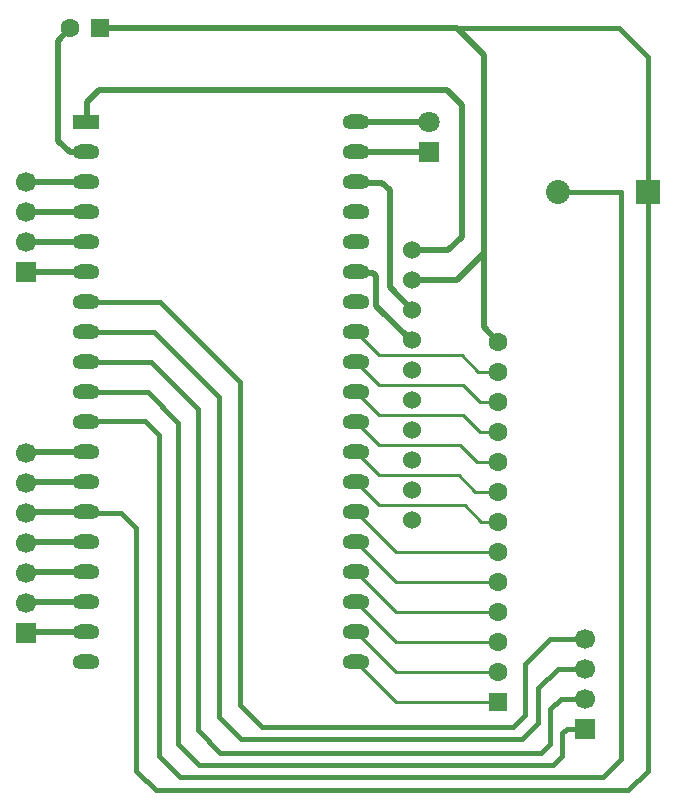
<source format=gbl>
G04 Layer: BottomLayer*
G04 EasyEDA v6.5.23, 2023-06-09 13:35:16*
G04 Gerber Generator version 0.2*
G04 Scale: 100 percent, Rotated: No, Reflected: No *
G04 Dimensions in millimeters *
G04 leading zeros omitted , absolute positions ,4 integer and 5 decimal *
%FSLAX45Y45*%
%MOMM*%

%ADD10C,0.5000*%
%ADD11C,0.4000*%
%ADD12C,0.2200*%
%ADD13C,1.5240*%
%ADD14R,2.0320X2.0320*%
%ADD15C,2.0320*%
%ADD16R,2.2860X1.2700*%
%ADD17O,2.286X1.27*%
%ADD18C,1.6000*%
%ADD19R,1.6000X1.6000*%
%ADD20R,1.7000X1.7000*%
%ADD21C,1.7000*%
%ADD22R,1.8000X1.8000*%
%ADD23C,1.8000*%

%LPD*%
D10*
X250012Y3011995D02*
G01*
X252996Y3014979D01*
X756996Y3014979D01*
D11*
X756920Y3276600D02*
G01*
X1257300Y3276600D01*
X1371600Y3162300D01*
X1371600Y444500D01*
X1549400Y266700D01*
X5130800Y266700D01*
X5283200Y419100D01*
X5283200Y5219700D01*
X4750815Y5219700D01*
D10*
X249986Y1487995D02*
G01*
X252971Y1490979D01*
X756996Y1490979D01*
X250012Y1741995D02*
G01*
X252996Y1744979D01*
X756996Y1744979D01*
X250012Y1995995D02*
G01*
X252996Y1998979D01*
X756996Y1998979D01*
X250012Y2249995D02*
G01*
X252996Y2252979D01*
X756996Y2252979D01*
X250012Y2503995D02*
G01*
X252996Y2506979D01*
X756996Y2506979D01*
X250012Y2757995D02*
G01*
X252996Y2760979D01*
X756996Y2760979D01*
X756996Y4538979D02*
G01*
X751987Y4543988D01*
X249986Y4543988D01*
X756996Y4792979D02*
G01*
X255021Y4792979D01*
X250012Y4797988D01*
X756996Y5046979D02*
G01*
X255021Y5046979D01*
X250012Y5051988D01*
X756996Y5300979D02*
G01*
X255021Y5300979D01*
X250012Y5305988D01*
X266725Y5308600D02*
G01*
X274335Y5300990D01*
D12*
X3042996Y4030992D02*
G01*
X3238588Y3835400D01*
X3937000Y3835400D01*
X4076700Y3695700D01*
X4241800Y3695700D01*
X3042996Y3776992D02*
G01*
X3238588Y3581400D01*
X3949700Y3581400D01*
X4089400Y3441700D01*
X4241800Y3441700D01*
X3042996Y3522992D02*
G01*
X3238588Y3327400D01*
X3949700Y3327400D01*
X4089400Y3187700D01*
X4241800Y3187700D01*
X3042996Y3268992D02*
G01*
X3238588Y3073400D01*
X3924300Y3073400D01*
X4064000Y2933700D01*
X4241800Y2933700D01*
X3042996Y3014992D02*
G01*
X3238588Y2819400D01*
X3911600Y2819400D01*
X4051300Y2679700D01*
X4241800Y2679700D01*
X3042996Y2760992D02*
G01*
X3238588Y2565400D01*
X3962400Y2565400D01*
X4102100Y2425700D01*
X4241800Y2425700D01*
X3042996Y2506992D02*
G01*
X3378288Y2171700D01*
X4241800Y2171700D01*
X3042996Y2252992D02*
G01*
X3378288Y1917700D01*
X4241800Y1917700D01*
X3042996Y1998992D02*
G01*
X3378288Y1663700D01*
X4241800Y1663700D01*
X3042996Y1744992D02*
G01*
X3378288Y1409700D01*
X4241800Y1409700D01*
X3042996Y1490992D02*
G01*
X3378288Y1155700D01*
X4241800Y1155700D01*
X3042996Y1236992D02*
G01*
X3378288Y901700D01*
X4241800Y901700D01*
D10*
X624331Y6604000D02*
G01*
X520700Y6500368D01*
X520700Y5651500D01*
X617220Y5554979D01*
X756920Y5554979D01*
X4241800Y3949700D02*
G01*
X4127500Y4076700D01*
X4127500Y4699000D01*
X756920Y5808979D02*
G01*
X762000Y5814060D01*
X762000Y5981700D01*
X863600Y6083300D01*
X3810000Y6083300D01*
X3937000Y5956300D01*
X3937000Y4838700D01*
X3823208Y4724907D01*
X3519931Y4724907D01*
X3042996Y4538992D02*
G01*
X3048088Y4533900D01*
X3187700Y4533900D01*
X3213100Y4508500D01*
X3213100Y4254500D01*
X3504618Y3962981D01*
X3519980Y3962981D01*
X3042996Y5300992D02*
G01*
X3048088Y5295900D01*
X3263900Y5295900D01*
X3327400Y5232400D01*
X3327400Y4409561D01*
X3519980Y4216981D01*
X3042920Y5554979D02*
G01*
X3657600Y5552947D01*
X3042920Y5808979D02*
G01*
X3657600Y5806947D01*
D11*
X756920Y2506979D02*
G01*
X762000Y2501900D01*
X1054100Y2501900D01*
X1181100Y2374900D01*
X1181100Y317500D01*
X1346200Y152400D01*
X5346700Y152400D01*
X5511800Y317500D01*
X5511800Y5219700D01*
X5511800Y5219700D02*
G01*
X5511800Y6362700D01*
X5270500Y6604000D01*
X3632200Y6604000D01*
D10*
X874268Y6604000D02*
G01*
X3898900Y6604000D01*
X4127500Y6375400D01*
X4127500Y4699000D01*
X3899408Y4470907D01*
X3519931Y4470907D01*
D11*
X756920Y3522979D02*
G01*
X1277620Y3522979D01*
X1536700Y3263900D01*
X1536700Y546100D01*
X1714500Y368300D01*
X4711700Y368300D01*
X4787900Y444500D01*
X4787900Y635000D01*
X4826000Y673100D01*
X4978400Y673100D01*
X756920Y3776979D02*
G01*
X1303020Y3776979D01*
X1701800Y3378200D01*
X1701800Y660400D01*
X1892300Y469900D01*
X4610100Y469900D01*
X4686300Y546100D01*
X4686300Y838200D01*
X4775200Y927100D01*
X4978400Y927100D01*
X756920Y4030979D02*
G01*
X1328420Y4030979D01*
X1879600Y3479800D01*
X1879600Y774700D01*
X2070100Y584200D01*
X4445000Y584200D01*
X4584700Y723900D01*
X4584700Y1016000D01*
X4749800Y1181100D01*
X4978400Y1181100D01*
X756920Y4284979D02*
G01*
X1379220Y4284979D01*
X2057400Y3606800D01*
X2057400Y876300D01*
X2247900Y685800D01*
X4368800Y685800D01*
X4470400Y787400D01*
X4470400Y1219200D01*
X4686300Y1435100D01*
X4978400Y1435100D01*
D13*
G01*
X3519982Y2438984D03*
G01*
X3519982Y4724984D03*
G01*
X3519982Y4470984D03*
G01*
X3519982Y4216984D03*
G01*
X3519982Y3962984D03*
G01*
X3519982Y3708984D03*
G01*
X3519982Y3454984D03*
G01*
X3519982Y3200984D03*
G01*
X3519982Y2946984D03*
G01*
X3519982Y2692984D03*
D14*
G01*
X5511800Y5219700D03*
D15*
G01*
X4750790Y5219700D03*
D16*
G01*
X756996Y5808979D03*
D17*
G01*
X756996Y5554979D03*
G01*
X756996Y5300979D03*
G01*
X756996Y5046979D03*
G01*
X756996Y4792979D03*
G01*
X756996Y4538979D03*
G01*
X756996Y4284979D03*
G01*
X756996Y4030979D03*
G01*
X756996Y3776979D03*
G01*
X756996Y3522979D03*
G01*
X756996Y3268979D03*
G01*
X756996Y3014979D03*
G01*
X756996Y2760979D03*
G01*
X756996Y2506979D03*
G01*
X756996Y2252979D03*
G01*
X756996Y1998979D03*
G01*
X756996Y1744979D03*
G01*
X756996Y1490979D03*
G01*
X756996Y1236979D03*
G01*
X3042996Y1236979D03*
G01*
X3042996Y1490979D03*
G01*
X3042996Y1744979D03*
G01*
X3042996Y1998979D03*
G01*
X3042996Y2252979D03*
G01*
X3042996Y2506979D03*
G01*
X3042996Y2760979D03*
G01*
X3042996Y3014979D03*
G01*
X3042996Y3268979D03*
G01*
X3042996Y3522979D03*
G01*
X3042996Y3776979D03*
G01*
X3042996Y4030979D03*
G01*
X3042996Y4284979D03*
G01*
X3042996Y4538979D03*
G01*
X3042996Y4792979D03*
G01*
X3042996Y5046979D03*
G01*
X3042996Y5300979D03*
G01*
X3042996Y5554979D03*
G01*
X3042996Y5808979D03*
D18*
G01*
X624306Y6604000D03*
D19*
G01*
X874293Y6604000D03*
D20*
G01*
X4978400Y673100D03*
D21*
G01*
X4978425Y927100D03*
G01*
X4978425Y1181100D03*
G01*
X4978425Y1435100D03*
D19*
G01*
X4241800Y901700D03*
D18*
G01*
X4241800Y1155700D03*
G01*
X4241800Y1409700D03*
G01*
X4241800Y1663700D03*
G01*
X4241800Y1917700D03*
G01*
X4241800Y2171700D03*
G01*
X4241800Y2425700D03*
G01*
X4241800Y2679700D03*
G01*
X4241800Y2933700D03*
G01*
X4241800Y3187700D03*
G01*
X4241800Y3441700D03*
G01*
X4241800Y3695700D03*
G01*
X4241800Y3949700D03*
D22*
G01*
X3657600Y5552998D03*
D23*
G01*
X3657600Y5806998D03*
D20*
G01*
X249986Y1487995D03*
D21*
G01*
X250012Y1741995D03*
G01*
X250012Y1995995D03*
G01*
X250012Y2249995D03*
G01*
X250012Y2503995D03*
G01*
X250012Y2757995D03*
G01*
X250012Y3011995D03*
D20*
G01*
X249986Y4543988D03*
D21*
G01*
X250012Y4797988D03*
G01*
X250012Y5051988D03*
G01*
X250012Y5305988D03*
M02*

</source>
